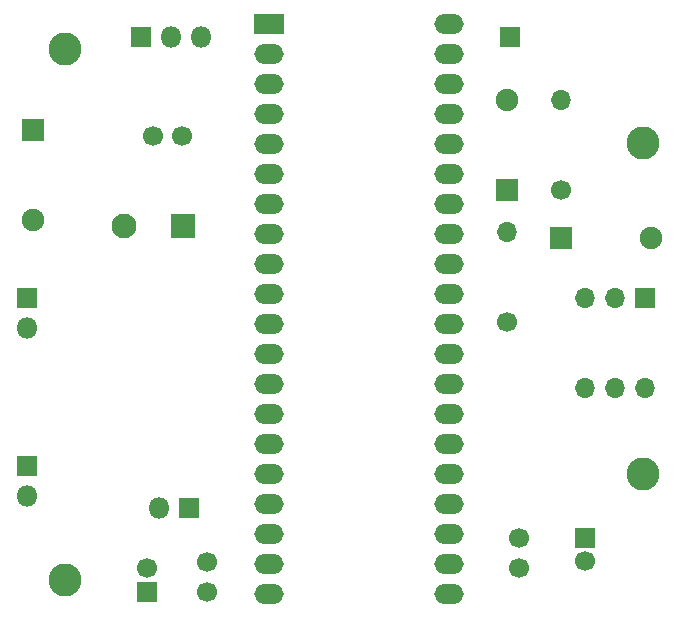
<source format=gbr>
%TF.GenerationSoftware,KiCad,Pcbnew,(5.1.6)-1*%
%TF.CreationDate,2020-08-29T18:26:14+02:00*%
%TF.ProjectId,ypvs,79707673-2e6b-4696-9361-645f70636258,rev?*%
%TF.SameCoordinates,Original*%
%TF.FileFunction,Soldermask,Top*%
%TF.FilePolarity,Negative*%
%FSLAX46Y46*%
G04 Gerber Fmt 4.6, Leading zero omitted, Abs format (unit mm)*
G04 Created by KiCad (PCBNEW (5.1.6)-1) date 2020-08-29 18:26:14*
%MOMM*%
%LPD*%
G01*
G04 APERTURE LIST*
%ADD10R,1.700000X1.700000*%
%ADD11O,1.700000X1.700000*%
%ADD12C,1.700000*%
%ADD13R,2.100000X2.100000*%
%ADD14C,2.100000*%
%ADD15R,1.900000X1.900000*%
%ADD16O,1.900000X1.900000*%
%ADD17R,1.800000X1.800000*%
%ADD18O,1.800000X1.800000*%
%ADD19R,2.500000X1.700000*%
%ADD20O,2.500000X1.700000*%
%ADD21C,2.800000*%
G04 APERTURE END LIST*
D10*
%TO.C,U3*%
X71120000Y-98044000D03*
D11*
X66040000Y-105664000D03*
X68580000Y-98044000D03*
X68580000Y-105664000D03*
X66040000Y-98044000D03*
X71120000Y-105664000D03*
%TD*%
D12*
%TO.C,C1*%
X28956000Y-120936000D03*
D10*
X28956000Y-122936000D03*
%TD*%
D12*
%TO.C,C2*%
X34036000Y-120436000D03*
X34036000Y-122936000D03*
%TD*%
%TO.C,C3*%
X60452000Y-120904000D03*
X60452000Y-118404000D03*
%TD*%
D10*
%TO.C,C4*%
X66040000Y-118364000D03*
D12*
X66040000Y-120364000D03*
%TD*%
%TO.C,C5*%
X29464000Y-84328000D03*
X31964000Y-84328000D03*
%TD*%
D13*
%TO.C,C6*%
X32004000Y-91948000D03*
D14*
X27004000Y-91948000D03*
%TD*%
D15*
%TO.C,D1*%
X59436000Y-88900000D03*
D16*
X59436000Y-81280000D03*
%TD*%
%TO.C,D2*%
X71628000Y-92964000D03*
D15*
X64008000Y-92964000D03*
%TD*%
D17*
%TO.C,J1*%
X28448000Y-76000000D03*
D18*
X30988000Y-76000000D03*
X33528000Y-76000000D03*
%TD*%
%TO.C,J2*%
X18796000Y-100584000D03*
D17*
X18796000Y-98044000D03*
%TD*%
%TO.C,J3*%
X59715400Y-76000000D03*
%TD*%
%TO.C,J4*%
X18796000Y-112268000D03*
D18*
X18796000Y-114808000D03*
%TD*%
D11*
%TO.C,R1*%
X64008000Y-81280000D03*
D12*
X64008000Y-88900000D03*
%TD*%
%TO.C,R2*%
X59436000Y-100076000D03*
D11*
X59436000Y-92456000D03*
%TD*%
D19*
%TO.C,U1*%
X39344600Y-74904600D03*
D20*
X54584600Y-123164600D03*
X39344600Y-77444600D03*
X54584600Y-120624600D03*
X39344600Y-79984600D03*
X54584600Y-118084600D03*
X39344600Y-82524600D03*
X54584600Y-115544600D03*
X39344600Y-85064600D03*
X54584600Y-113004600D03*
X39344600Y-87604600D03*
X54584600Y-110464600D03*
X39344600Y-90144600D03*
X54584600Y-107924600D03*
X39344600Y-92684600D03*
X54584600Y-105384600D03*
X39344600Y-95224600D03*
X54584600Y-102844600D03*
X39344600Y-97764600D03*
X54584600Y-100304600D03*
X39344600Y-100304600D03*
X54584600Y-97764600D03*
X39344600Y-102844600D03*
X54584600Y-95224600D03*
X39344600Y-105384600D03*
X54584600Y-92684600D03*
X39344600Y-107924600D03*
X54584600Y-90144600D03*
X39344600Y-110464600D03*
X54584600Y-87604600D03*
X39344600Y-113004600D03*
X54584600Y-85064600D03*
X39344600Y-115544600D03*
X54584600Y-82524600D03*
X39344600Y-118084600D03*
X54584600Y-79984600D03*
X39344600Y-120624600D03*
X54584600Y-77444600D03*
X39344600Y-123164600D03*
X54584600Y-74904600D03*
%TD*%
D21*
%TO.C,H1*%
X71000000Y-85000000D03*
%TD*%
%TO.C,H2*%
X71000000Y-113000000D03*
%TD*%
%TO.C,H3*%
X22000000Y-77000000D03*
%TD*%
%TO.C,H4*%
X22000000Y-122000000D03*
%TD*%
D15*
%TO.C,D3*%
X19304000Y-83820000D03*
D16*
X19304000Y-91440000D03*
%TD*%
D17*
%TO.C,J5*%
X32512000Y-115824000D03*
D18*
X29972000Y-115824000D03*
%TD*%
M02*

</source>
